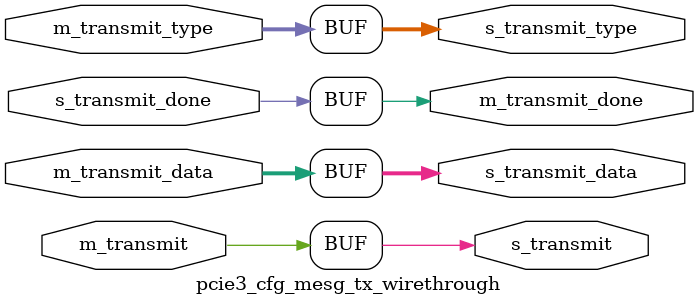
<source format=v>
module pcie3_cfg_mesg_tx_wirethrough
#(
parameter integer C_TRANSMIT_WIDTH = 1,
parameter integer C_HAS_TRANSMIT = 1,
parameter integer C_TRANSMIT_TYPE_WIDTH = 3,
parameter integer C_HAS_TRANSMIT_TYPE = 1,
parameter integer C_TRANSMIT_DATA_WIDTH = 32,
parameter integer C_HAS_TRANSMIT_DATA = 1,
parameter integer C_TRANSMIT_DONE_WIDTH = 1,
parameter integer C_HAS_TRANSMIT_DONE = 1
)
(
(* X_INTERFACE_INFO = "xilinx.com:interface:pcie3_cfg_mesg_tx_rtl:1.0 M_PCIE3_CFG_MESG_TX TRANSMIT " *)
 input wire [((C_TRANSMIT_WIDTH>0)?C_TRANSMIT_WIDTH:1)-1:0] m_transmit,
(* X_INTERFACE_INFO = "xilinx.com:interface:pcie3_cfg_mesg_tx_rtl:1.0 M_PCIE3_CFG_MESG_TX TRANSMIT_TYPE " *)
 input wire [((C_TRANSMIT_TYPE_WIDTH>0)?C_TRANSMIT_TYPE_WIDTH:1)-1:0] m_transmit_type,
(* X_INTERFACE_INFO = "xilinx.com:interface:pcie3_cfg_mesg_tx_rtl:1.0 M_PCIE3_CFG_MESG_TX TRANSMIT_DATA " *)
 input wire [((C_TRANSMIT_DATA_WIDTH>0)?C_TRANSMIT_DATA_WIDTH:1)-1:0] m_transmit_data,
(* X_INTERFACE_INFO = "xilinx.com:interface:pcie3_cfg_mesg_tx_rtl:1.0 M_PCIE3_CFG_MESG_TX TRANSMIT_DONE " *)
 output wire [((C_TRANSMIT_DONE_WIDTH>0)?C_TRANSMIT_DONE_WIDTH:1)-1:0] m_transmit_done,
(* X_INTERFACE_INFO = "xilinx.com:interface:pcie3_cfg_mesg_tx_rtl:1.0 S_PCIE3_CFG_MESG_TX TRANSMIT " *)
output wire [((C_TRANSMIT_WIDTH>0)?C_TRANSMIT_WIDTH:1)-1:0] s_transmit,
(* X_INTERFACE_INFO = "xilinx.com:interface:pcie3_cfg_mesg_tx_rtl:1.0 S_PCIE3_CFG_MESG_TX TRANSMIT_TYPE " *)
output wire [((C_TRANSMIT_TYPE_WIDTH>0)?C_TRANSMIT_TYPE_WIDTH:1)-1:0] s_transmit_type,
(* X_INTERFACE_INFO = "xilinx.com:interface:pcie3_cfg_mesg_tx_rtl:1.0 S_PCIE3_CFG_MESG_TX TRANSMIT_DATA " *)
output wire [((C_TRANSMIT_DATA_WIDTH>0)?C_TRANSMIT_DATA_WIDTH:1)-1:0] s_transmit_data,
(* X_INTERFACE_INFO = "xilinx.com:interface:pcie3_cfg_mesg_tx_rtl:1.0 S_PCIE3_CFG_MESG_TX TRANSMIT_DONE " *)
input wire [((C_TRANSMIT_DONE_WIDTH>0)?C_TRANSMIT_DONE_WIDTH:1)-1:0] s_transmit_done
);
assign s_transmit = m_transmit;
assign s_transmit_type = m_transmit_type;
assign s_transmit_data = m_transmit_data;
assign m_transmit_done = s_transmit_done;
endmodule

</source>
